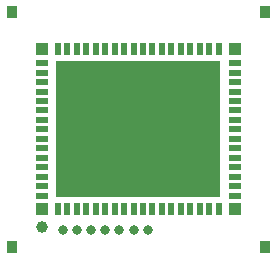
<source format=gbr>
%MOMM*%
%FSDAN2X34Y34*%
%AMROTREC*4,1,5,$1,$2,$3,$4,$5,$6,$7,$8,$9,$10,$11,$12,$13*%
%ADD10C,0.0254000*%
%ADD11C,0.1500000*%
%ADD12C,0.7200000*%
%ADD13C,0.8000000*%
%ADD14C,0.9000000*%
%ADD15C,1.0000000*%
%ADD16C,1.1000000*%
%ADD17R,0.9200000X0.4200000*%
%ADD18R,1.0000000X0.5000000*%
%ADD19R,1.1000000X0.6000000*%
%ADD20R,0.4200000X0.9200000*%
%ADD21R,0.5000000X1.0000000*%
%ADD22R,0.9000000X1.0000000*%
%ADD23R,1.0000000X1.0000000*%
%ADD24R,0.6000000X1.1000000*%
%ADD25R,1.0000000X1.1000000*%
%ADD26R,1.1000000X1.1000000*%
%ADD27R,14.0000000X11.5000000*%
G90*G71*G01*D02*G54D21*X-0004000Y-0067800D03*X0004000D03*X0012000D03*
X-0012000D03*X-0020000D03*X0020000D03*X-0028000D03*X0028000D03*X0036000D03*
X-0036000D03*X-0044000D03*X-0052000D03*X-0060000D03*X-0068000D03*X0044000D03*
X0052000D03*X0060000D03*X0068000D03*X-0004000Y0067800D03*X0004000D03*
X0012000D03*X0020000D03*X0028000D03*X0036000D03*X0044000D03*X0052000D03*
X0060000D03*X0068000D03*X-0012000D03*X-0020000D03*X-0028000D03*X-0036000D03*
X-0044000D03*X-0052000D03*X-0060000D03*X-0068000D03*G54D18*
X-0081800Y-0056000D03*Y-0048000D03*Y-0040000D03*Y-0032000D03*Y-0024000D03*
Y-0016000D03*Y-0008000D03*Y0000000D03*Y0008000D03*Y0016000D03*Y0024000D03*
Y0032000D03*Y0040000D03*Y0048000D03*Y0056000D03*X0081800D03*Y0048000D03*
Y0040000D03*Y0032000D03*Y0024000D03*Y0016000D03*Y0008000D03*Y0000000D03*
Y-0008000D03*Y-0016000D03*Y-0024000D03*Y-0032000D03*Y-0040000D03*Y-0048000D03*
Y-0056000D03*G54D22*X-0107000Y0099500D03*G54D23*X-0081800Y0067800D03*
X0081800D03*X-0081800Y-0067800D03*X0081800D03*G54D22*X0107000Y0099500D03*
Y-0099500D03*X-0107000D03*G54D23*X-0063875Y-0051625D03*Y-0036875D03*
Y-0022125D03*Y-0007375D03*Y0007375D03*Y0022125D03*Y0036875D03*Y0051625D03*
X-0045625D03*Y0036875D03*Y0022125D03*Y0007375D03*Y-0007375D03*Y-0022125D03*
Y-0036875D03*Y-0051625D03*X-0027375D03*X-0009125D03*X0009125D03*X0027375D03*
X-0027375Y-0036875D03*X-0009125D03*X0009125D03*X-0027375Y-0022125D03*
X-0009125D03*X0009125D03*X0027375D03*Y-0036875D03*X0045625Y-0051625D03*
X0063875D03*X0045625Y-0036875D03*X0063875D03*X0045625Y-0022125D03*X0063875D03*
Y-0007375D03*X0045625D03*X0063875Y0007375D03*X0045625D03*X0027375Y-0007375D03*
X0009125D03*X-0009125D03*X-0027375D03*Y0007375D03*X-0009125D03*X0009125D03*
X0027375D03*X-0027375Y0022125D03*Y0036875D03*Y0051625D03*X-0009125D03*
Y0036875D03*Y0022125D03*X0009125D03*Y0036875D03*Y0051625D03*X0027375Y0022125D03*
Y0036875D03*Y0051625D03*X0045625D03*Y0036875D03*Y0022125D03*X0063875D03*
Y0036875D03*Y0051625D03*G54D15*X-0081800Y-0082800D03*G54D13*
X-0064000Y-0084800D03*X-0052000D03*X-0040000D03*X-0028000D03*X-0016000D03*
X-0004000D03*X0008000D03*G54D27*X0000000Y0000000D03*M02*

</source>
